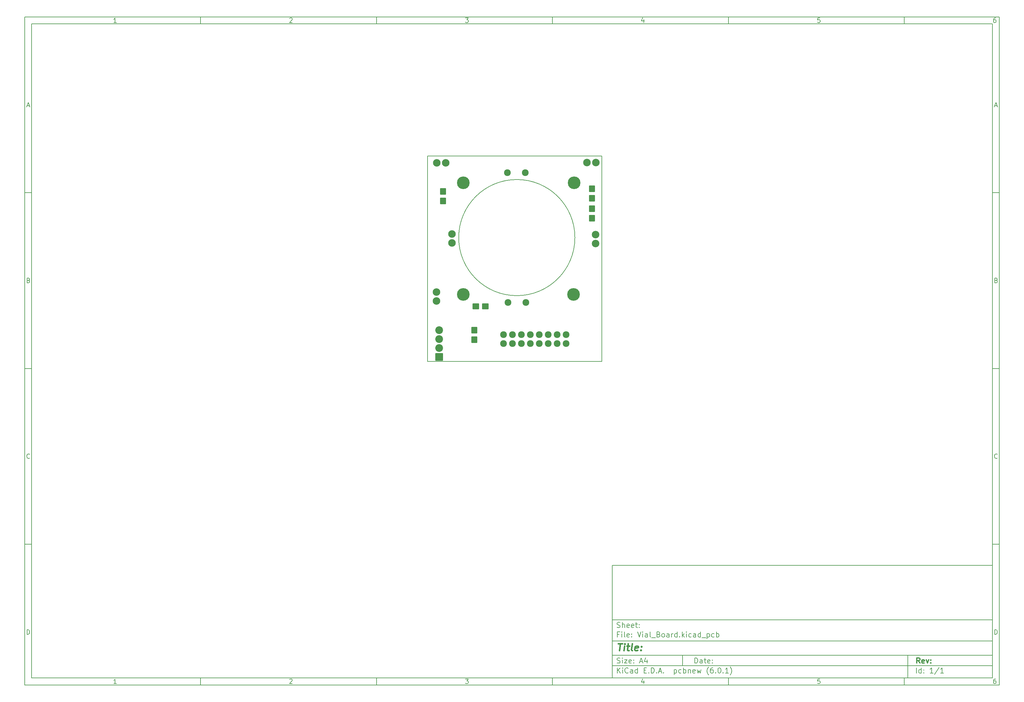
<source format=gbr>
%TF.GenerationSoftware,KiCad,Pcbnew,(6.0.1)*%
%TF.CreationDate,2022-03-10T11:24:42-03:00*%
%TF.ProjectId,Vial_Board,5669616c-5f42-46f6-9172-642e6b696361,rev?*%
%TF.SameCoordinates,Original*%
%TF.FileFunction,Soldermask,Top*%
%TF.FilePolarity,Negative*%
%FSLAX46Y46*%
G04 Gerber Fmt 4.6, Leading zero omitted, Abs format (unit mm)*
G04 Created by KiCad (PCBNEW (6.0.1)) date 2022-03-10 11:24:42*
%MOMM*%
%LPD*%
G01*
G04 APERTURE LIST*
G04 Aperture macros list*
%AMRoundRect*
0 Rectangle with rounded corners*
0 $1 Rounding radius*
0 $2 $3 $4 $5 $6 $7 $8 $9 X,Y pos of 4 corners*
0 Add a 4 corners polygon primitive as box body*
4,1,4,$2,$3,$4,$5,$6,$7,$8,$9,$2,$3,0*
0 Add four circle primitives for the rounded corners*
1,1,$1+$1,$2,$3*
1,1,$1+$1,$4,$5*
1,1,$1+$1,$6,$7*
1,1,$1+$1,$8,$9*
0 Add four rect primitives between the rounded corners*
20,1,$1+$1,$2,$3,$4,$5,0*
20,1,$1+$1,$4,$5,$6,$7,0*
20,1,$1+$1,$6,$7,$8,$9,0*
20,1,$1+$1,$8,$9,$2,$3,0*%
G04 Aperture macros list end*
%ADD10C,0.100000*%
%ADD11C,0.150000*%
%ADD12C,0.300000*%
%ADD13C,0.400000*%
%TA.AperFunction,Profile*%
%ADD14C,0.150000*%
%TD*%
%ADD15C,3.599994*%
%ADD16C,1.924000*%
%ADD17C,2.150000*%
%ADD18RoundRect,0.200000X0.900000X-0.900000X0.900000X0.900000X-0.900000X0.900000X-0.900000X-0.900000X0*%
%ADD19C,2.200000*%
%ADD20RoundRect,0.200000X0.650000X-0.750000X0.650000X0.750000X-0.650000X0.750000X-0.650000X-0.750000X0*%
%ADD21RoundRect,0.200000X0.750000X0.650000X-0.750000X0.650000X-0.750000X-0.650000X0.750000X-0.650000X0*%
%ADD22RoundRect,0.200000X-0.650000X0.750000X-0.650000X-0.750000X0.650000X-0.750000X0.650000X0.750000X0*%
G04 APERTURE END LIST*
D10*
D11*
X177002200Y-166007200D02*
X177002200Y-198007200D01*
X285002200Y-198007200D01*
X285002200Y-166007200D01*
X177002200Y-166007200D01*
D10*
D11*
X10000000Y-10000000D02*
X10000000Y-200007200D01*
X287002200Y-200007200D01*
X287002200Y-10000000D01*
X10000000Y-10000000D01*
D10*
D11*
X12000000Y-12000000D02*
X12000000Y-198007200D01*
X285002200Y-198007200D01*
X285002200Y-12000000D01*
X12000000Y-12000000D01*
D10*
D11*
X60000000Y-12000000D02*
X60000000Y-10000000D01*
D10*
D11*
X110000000Y-12000000D02*
X110000000Y-10000000D01*
D10*
D11*
X160000000Y-12000000D02*
X160000000Y-10000000D01*
D10*
D11*
X210000000Y-12000000D02*
X210000000Y-10000000D01*
D10*
D11*
X260000000Y-12000000D02*
X260000000Y-10000000D01*
D10*
D11*
X36065476Y-11588095D02*
X35322619Y-11588095D01*
X35694047Y-11588095D02*
X35694047Y-10288095D01*
X35570238Y-10473809D01*
X35446428Y-10597619D01*
X35322619Y-10659523D01*
D10*
D11*
X85322619Y-10411904D02*
X85384523Y-10350000D01*
X85508333Y-10288095D01*
X85817857Y-10288095D01*
X85941666Y-10350000D01*
X86003571Y-10411904D01*
X86065476Y-10535714D01*
X86065476Y-10659523D01*
X86003571Y-10845238D01*
X85260714Y-11588095D01*
X86065476Y-11588095D01*
D10*
D11*
X135260714Y-10288095D02*
X136065476Y-10288095D01*
X135632142Y-10783333D01*
X135817857Y-10783333D01*
X135941666Y-10845238D01*
X136003571Y-10907142D01*
X136065476Y-11030952D01*
X136065476Y-11340476D01*
X136003571Y-11464285D01*
X135941666Y-11526190D01*
X135817857Y-11588095D01*
X135446428Y-11588095D01*
X135322619Y-11526190D01*
X135260714Y-11464285D01*
D10*
D11*
X185941666Y-10721428D02*
X185941666Y-11588095D01*
X185632142Y-10226190D02*
X185322619Y-11154761D01*
X186127380Y-11154761D01*
D10*
D11*
X236003571Y-10288095D02*
X235384523Y-10288095D01*
X235322619Y-10907142D01*
X235384523Y-10845238D01*
X235508333Y-10783333D01*
X235817857Y-10783333D01*
X235941666Y-10845238D01*
X236003571Y-10907142D01*
X236065476Y-11030952D01*
X236065476Y-11340476D01*
X236003571Y-11464285D01*
X235941666Y-11526190D01*
X235817857Y-11588095D01*
X235508333Y-11588095D01*
X235384523Y-11526190D01*
X235322619Y-11464285D01*
D10*
D11*
X285941666Y-10288095D02*
X285694047Y-10288095D01*
X285570238Y-10350000D01*
X285508333Y-10411904D01*
X285384523Y-10597619D01*
X285322619Y-10845238D01*
X285322619Y-11340476D01*
X285384523Y-11464285D01*
X285446428Y-11526190D01*
X285570238Y-11588095D01*
X285817857Y-11588095D01*
X285941666Y-11526190D01*
X286003571Y-11464285D01*
X286065476Y-11340476D01*
X286065476Y-11030952D01*
X286003571Y-10907142D01*
X285941666Y-10845238D01*
X285817857Y-10783333D01*
X285570238Y-10783333D01*
X285446428Y-10845238D01*
X285384523Y-10907142D01*
X285322619Y-11030952D01*
D10*
D11*
X60000000Y-198007200D02*
X60000000Y-200007200D01*
D10*
D11*
X110000000Y-198007200D02*
X110000000Y-200007200D01*
D10*
D11*
X160000000Y-198007200D02*
X160000000Y-200007200D01*
D10*
D11*
X210000000Y-198007200D02*
X210000000Y-200007200D01*
D10*
D11*
X260000000Y-198007200D02*
X260000000Y-200007200D01*
D10*
D11*
X36065476Y-199595295D02*
X35322619Y-199595295D01*
X35694047Y-199595295D02*
X35694047Y-198295295D01*
X35570238Y-198481009D01*
X35446428Y-198604819D01*
X35322619Y-198666723D01*
D10*
D11*
X85322619Y-198419104D02*
X85384523Y-198357200D01*
X85508333Y-198295295D01*
X85817857Y-198295295D01*
X85941666Y-198357200D01*
X86003571Y-198419104D01*
X86065476Y-198542914D01*
X86065476Y-198666723D01*
X86003571Y-198852438D01*
X85260714Y-199595295D01*
X86065476Y-199595295D01*
D10*
D11*
X135260714Y-198295295D02*
X136065476Y-198295295D01*
X135632142Y-198790533D01*
X135817857Y-198790533D01*
X135941666Y-198852438D01*
X136003571Y-198914342D01*
X136065476Y-199038152D01*
X136065476Y-199347676D01*
X136003571Y-199471485D01*
X135941666Y-199533390D01*
X135817857Y-199595295D01*
X135446428Y-199595295D01*
X135322619Y-199533390D01*
X135260714Y-199471485D01*
D10*
D11*
X185941666Y-198728628D02*
X185941666Y-199595295D01*
X185632142Y-198233390D02*
X185322619Y-199161961D01*
X186127380Y-199161961D01*
D10*
D11*
X236003571Y-198295295D02*
X235384523Y-198295295D01*
X235322619Y-198914342D01*
X235384523Y-198852438D01*
X235508333Y-198790533D01*
X235817857Y-198790533D01*
X235941666Y-198852438D01*
X236003571Y-198914342D01*
X236065476Y-199038152D01*
X236065476Y-199347676D01*
X236003571Y-199471485D01*
X235941666Y-199533390D01*
X235817857Y-199595295D01*
X235508333Y-199595295D01*
X235384523Y-199533390D01*
X235322619Y-199471485D01*
D10*
D11*
X285941666Y-198295295D02*
X285694047Y-198295295D01*
X285570238Y-198357200D01*
X285508333Y-198419104D01*
X285384523Y-198604819D01*
X285322619Y-198852438D01*
X285322619Y-199347676D01*
X285384523Y-199471485D01*
X285446428Y-199533390D01*
X285570238Y-199595295D01*
X285817857Y-199595295D01*
X285941666Y-199533390D01*
X286003571Y-199471485D01*
X286065476Y-199347676D01*
X286065476Y-199038152D01*
X286003571Y-198914342D01*
X285941666Y-198852438D01*
X285817857Y-198790533D01*
X285570238Y-198790533D01*
X285446428Y-198852438D01*
X285384523Y-198914342D01*
X285322619Y-199038152D01*
D10*
D11*
X10000000Y-60000000D02*
X12000000Y-60000000D01*
D10*
D11*
X10000000Y-110000000D02*
X12000000Y-110000000D01*
D10*
D11*
X10000000Y-160000000D02*
X12000000Y-160000000D01*
D10*
D11*
X10690476Y-35216666D02*
X11309523Y-35216666D01*
X10566666Y-35588095D02*
X11000000Y-34288095D01*
X11433333Y-35588095D01*
D10*
D11*
X11092857Y-84907142D02*
X11278571Y-84969047D01*
X11340476Y-85030952D01*
X11402380Y-85154761D01*
X11402380Y-85340476D01*
X11340476Y-85464285D01*
X11278571Y-85526190D01*
X11154761Y-85588095D01*
X10659523Y-85588095D01*
X10659523Y-84288095D01*
X11092857Y-84288095D01*
X11216666Y-84350000D01*
X11278571Y-84411904D01*
X11340476Y-84535714D01*
X11340476Y-84659523D01*
X11278571Y-84783333D01*
X11216666Y-84845238D01*
X11092857Y-84907142D01*
X10659523Y-84907142D01*
D10*
D11*
X11402380Y-135464285D02*
X11340476Y-135526190D01*
X11154761Y-135588095D01*
X11030952Y-135588095D01*
X10845238Y-135526190D01*
X10721428Y-135402380D01*
X10659523Y-135278571D01*
X10597619Y-135030952D01*
X10597619Y-134845238D01*
X10659523Y-134597619D01*
X10721428Y-134473809D01*
X10845238Y-134350000D01*
X11030952Y-134288095D01*
X11154761Y-134288095D01*
X11340476Y-134350000D01*
X11402380Y-134411904D01*
D10*
D11*
X10659523Y-185588095D02*
X10659523Y-184288095D01*
X10969047Y-184288095D01*
X11154761Y-184350000D01*
X11278571Y-184473809D01*
X11340476Y-184597619D01*
X11402380Y-184845238D01*
X11402380Y-185030952D01*
X11340476Y-185278571D01*
X11278571Y-185402380D01*
X11154761Y-185526190D01*
X10969047Y-185588095D01*
X10659523Y-185588095D01*
D10*
D11*
X287002200Y-60000000D02*
X285002200Y-60000000D01*
D10*
D11*
X287002200Y-110000000D02*
X285002200Y-110000000D01*
D10*
D11*
X287002200Y-160000000D02*
X285002200Y-160000000D01*
D10*
D11*
X285692676Y-35216666D02*
X286311723Y-35216666D01*
X285568866Y-35588095D02*
X286002200Y-34288095D01*
X286435533Y-35588095D01*
D10*
D11*
X286095057Y-84907142D02*
X286280771Y-84969047D01*
X286342676Y-85030952D01*
X286404580Y-85154761D01*
X286404580Y-85340476D01*
X286342676Y-85464285D01*
X286280771Y-85526190D01*
X286156961Y-85588095D01*
X285661723Y-85588095D01*
X285661723Y-84288095D01*
X286095057Y-84288095D01*
X286218866Y-84350000D01*
X286280771Y-84411904D01*
X286342676Y-84535714D01*
X286342676Y-84659523D01*
X286280771Y-84783333D01*
X286218866Y-84845238D01*
X286095057Y-84907142D01*
X285661723Y-84907142D01*
D10*
D11*
X286404580Y-135464285D02*
X286342676Y-135526190D01*
X286156961Y-135588095D01*
X286033152Y-135588095D01*
X285847438Y-135526190D01*
X285723628Y-135402380D01*
X285661723Y-135278571D01*
X285599819Y-135030952D01*
X285599819Y-134845238D01*
X285661723Y-134597619D01*
X285723628Y-134473809D01*
X285847438Y-134350000D01*
X286033152Y-134288095D01*
X286156961Y-134288095D01*
X286342676Y-134350000D01*
X286404580Y-134411904D01*
D10*
D11*
X285661723Y-185588095D02*
X285661723Y-184288095D01*
X285971247Y-184288095D01*
X286156961Y-184350000D01*
X286280771Y-184473809D01*
X286342676Y-184597619D01*
X286404580Y-184845238D01*
X286404580Y-185030952D01*
X286342676Y-185278571D01*
X286280771Y-185402380D01*
X286156961Y-185526190D01*
X285971247Y-185588095D01*
X285661723Y-185588095D01*
D10*
D11*
X200434342Y-193785771D02*
X200434342Y-192285771D01*
X200791485Y-192285771D01*
X201005771Y-192357200D01*
X201148628Y-192500057D01*
X201220057Y-192642914D01*
X201291485Y-192928628D01*
X201291485Y-193142914D01*
X201220057Y-193428628D01*
X201148628Y-193571485D01*
X201005771Y-193714342D01*
X200791485Y-193785771D01*
X200434342Y-193785771D01*
X202577200Y-193785771D02*
X202577200Y-193000057D01*
X202505771Y-192857200D01*
X202362914Y-192785771D01*
X202077200Y-192785771D01*
X201934342Y-192857200D01*
X202577200Y-193714342D02*
X202434342Y-193785771D01*
X202077200Y-193785771D01*
X201934342Y-193714342D01*
X201862914Y-193571485D01*
X201862914Y-193428628D01*
X201934342Y-193285771D01*
X202077200Y-193214342D01*
X202434342Y-193214342D01*
X202577200Y-193142914D01*
X203077200Y-192785771D02*
X203648628Y-192785771D01*
X203291485Y-192285771D02*
X203291485Y-193571485D01*
X203362914Y-193714342D01*
X203505771Y-193785771D01*
X203648628Y-193785771D01*
X204720057Y-193714342D02*
X204577200Y-193785771D01*
X204291485Y-193785771D01*
X204148628Y-193714342D01*
X204077200Y-193571485D01*
X204077200Y-193000057D01*
X204148628Y-192857200D01*
X204291485Y-192785771D01*
X204577200Y-192785771D01*
X204720057Y-192857200D01*
X204791485Y-193000057D01*
X204791485Y-193142914D01*
X204077200Y-193285771D01*
X205434342Y-193642914D02*
X205505771Y-193714342D01*
X205434342Y-193785771D01*
X205362914Y-193714342D01*
X205434342Y-193642914D01*
X205434342Y-193785771D01*
X205434342Y-192857200D02*
X205505771Y-192928628D01*
X205434342Y-193000057D01*
X205362914Y-192928628D01*
X205434342Y-192857200D01*
X205434342Y-193000057D01*
D10*
D11*
X177002200Y-194507200D02*
X285002200Y-194507200D01*
D10*
D11*
X178434342Y-196585771D02*
X178434342Y-195085771D01*
X179291485Y-196585771D02*
X178648628Y-195728628D01*
X179291485Y-195085771D02*
X178434342Y-195942914D01*
X179934342Y-196585771D02*
X179934342Y-195585771D01*
X179934342Y-195085771D02*
X179862914Y-195157200D01*
X179934342Y-195228628D01*
X180005771Y-195157200D01*
X179934342Y-195085771D01*
X179934342Y-195228628D01*
X181505771Y-196442914D02*
X181434342Y-196514342D01*
X181220057Y-196585771D01*
X181077200Y-196585771D01*
X180862914Y-196514342D01*
X180720057Y-196371485D01*
X180648628Y-196228628D01*
X180577200Y-195942914D01*
X180577200Y-195728628D01*
X180648628Y-195442914D01*
X180720057Y-195300057D01*
X180862914Y-195157200D01*
X181077200Y-195085771D01*
X181220057Y-195085771D01*
X181434342Y-195157200D01*
X181505771Y-195228628D01*
X182791485Y-196585771D02*
X182791485Y-195800057D01*
X182720057Y-195657200D01*
X182577200Y-195585771D01*
X182291485Y-195585771D01*
X182148628Y-195657200D01*
X182791485Y-196514342D02*
X182648628Y-196585771D01*
X182291485Y-196585771D01*
X182148628Y-196514342D01*
X182077200Y-196371485D01*
X182077200Y-196228628D01*
X182148628Y-196085771D01*
X182291485Y-196014342D01*
X182648628Y-196014342D01*
X182791485Y-195942914D01*
X184148628Y-196585771D02*
X184148628Y-195085771D01*
X184148628Y-196514342D02*
X184005771Y-196585771D01*
X183720057Y-196585771D01*
X183577200Y-196514342D01*
X183505771Y-196442914D01*
X183434342Y-196300057D01*
X183434342Y-195871485D01*
X183505771Y-195728628D01*
X183577200Y-195657200D01*
X183720057Y-195585771D01*
X184005771Y-195585771D01*
X184148628Y-195657200D01*
X186005771Y-195800057D02*
X186505771Y-195800057D01*
X186720057Y-196585771D02*
X186005771Y-196585771D01*
X186005771Y-195085771D01*
X186720057Y-195085771D01*
X187362914Y-196442914D02*
X187434342Y-196514342D01*
X187362914Y-196585771D01*
X187291485Y-196514342D01*
X187362914Y-196442914D01*
X187362914Y-196585771D01*
X188077200Y-196585771D02*
X188077200Y-195085771D01*
X188434342Y-195085771D01*
X188648628Y-195157200D01*
X188791485Y-195300057D01*
X188862914Y-195442914D01*
X188934342Y-195728628D01*
X188934342Y-195942914D01*
X188862914Y-196228628D01*
X188791485Y-196371485D01*
X188648628Y-196514342D01*
X188434342Y-196585771D01*
X188077200Y-196585771D01*
X189577200Y-196442914D02*
X189648628Y-196514342D01*
X189577200Y-196585771D01*
X189505771Y-196514342D01*
X189577200Y-196442914D01*
X189577200Y-196585771D01*
X190220057Y-196157200D02*
X190934342Y-196157200D01*
X190077200Y-196585771D02*
X190577200Y-195085771D01*
X191077200Y-196585771D01*
X191577200Y-196442914D02*
X191648628Y-196514342D01*
X191577200Y-196585771D01*
X191505771Y-196514342D01*
X191577200Y-196442914D01*
X191577200Y-196585771D01*
X194577200Y-195585771D02*
X194577200Y-197085771D01*
X194577200Y-195657200D02*
X194720057Y-195585771D01*
X195005771Y-195585771D01*
X195148628Y-195657200D01*
X195220057Y-195728628D01*
X195291485Y-195871485D01*
X195291485Y-196300057D01*
X195220057Y-196442914D01*
X195148628Y-196514342D01*
X195005771Y-196585771D01*
X194720057Y-196585771D01*
X194577200Y-196514342D01*
X196577200Y-196514342D02*
X196434342Y-196585771D01*
X196148628Y-196585771D01*
X196005771Y-196514342D01*
X195934342Y-196442914D01*
X195862914Y-196300057D01*
X195862914Y-195871485D01*
X195934342Y-195728628D01*
X196005771Y-195657200D01*
X196148628Y-195585771D01*
X196434342Y-195585771D01*
X196577200Y-195657200D01*
X197220057Y-196585771D02*
X197220057Y-195085771D01*
X197220057Y-195657200D02*
X197362914Y-195585771D01*
X197648628Y-195585771D01*
X197791485Y-195657200D01*
X197862914Y-195728628D01*
X197934342Y-195871485D01*
X197934342Y-196300057D01*
X197862914Y-196442914D01*
X197791485Y-196514342D01*
X197648628Y-196585771D01*
X197362914Y-196585771D01*
X197220057Y-196514342D01*
X198577200Y-195585771D02*
X198577200Y-196585771D01*
X198577200Y-195728628D02*
X198648628Y-195657200D01*
X198791485Y-195585771D01*
X199005771Y-195585771D01*
X199148628Y-195657200D01*
X199220057Y-195800057D01*
X199220057Y-196585771D01*
X200505771Y-196514342D02*
X200362914Y-196585771D01*
X200077200Y-196585771D01*
X199934342Y-196514342D01*
X199862914Y-196371485D01*
X199862914Y-195800057D01*
X199934342Y-195657200D01*
X200077200Y-195585771D01*
X200362914Y-195585771D01*
X200505771Y-195657200D01*
X200577200Y-195800057D01*
X200577200Y-195942914D01*
X199862914Y-196085771D01*
X201077200Y-195585771D02*
X201362914Y-196585771D01*
X201648628Y-195871485D01*
X201934342Y-196585771D01*
X202220057Y-195585771D01*
X204362914Y-197157200D02*
X204291485Y-197085771D01*
X204148628Y-196871485D01*
X204077200Y-196728628D01*
X204005771Y-196514342D01*
X203934342Y-196157200D01*
X203934342Y-195871485D01*
X204005771Y-195514342D01*
X204077200Y-195300057D01*
X204148628Y-195157200D01*
X204291485Y-194942914D01*
X204362914Y-194871485D01*
X205577200Y-195085771D02*
X205291485Y-195085771D01*
X205148628Y-195157200D01*
X205077200Y-195228628D01*
X204934342Y-195442914D01*
X204862914Y-195728628D01*
X204862914Y-196300057D01*
X204934342Y-196442914D01*
X205005771Y-196514342D01*
X205148628Y-196585771D01*
X205434342Y-196585771D01*
X205577200Y-196514342D01*
X205648628Y-196442914D01*
X205720057Y-196300057D01*
X205720057Y-195942914D01*
X205648628Y-195800057D01*
X205577200Y-195728628D01*
X205434342Y-195657200D01*
X205148628Y-195657200D01*
X205005771Y-195728628D01*
X204934342Y-195800057D01*
X204862914Y-195942914D01*
X206362914Y-196442914D02*
X206434342Y-196514342D01*
X206362914Y-196585771D01*
X206291485Y-196514342D01*
X206362914Y-196442914D01*
X206362914Y-196585771D01*
X207362914Y-195085771D02*
X207505771Y-195085771D01*
X207648628Y-195157200D01*
X207720057Y-195228628D01*
X207791485Y-195371485D01*
X207862914Y-195657200D01*
X207862914Y-196014342D01*
X207791485Y-196300057D01*
X207720057Y-196442914D01*
X207648628Y-196514342D01*
X207505771Y-196585771D01*
X207362914Y-196585771D01*
X207220057Y-196514342D01*
X207148628Y-196442914D01*
X207077200Y-196300057D01*
X207005771Y-196014342D01*
X207005771Y-195657200D01*
X207077200Y-195371485D01*
X207148628Y-195228628D01*
X207220057Y-195157200D01*
X207362914Y-195085771D01*
X208505771Y-196442914D02*
X208577200Y-196514342D01*
X208505771Y-196585771D01*
X208434342Y-196514342D01*
X208505771Y-196442914D01*
X208505771Y-196585771D01*
X210005771Y-196585771D02*
X209148628Y-196585771D01*
X209577200Y-196585771D02*
X209577200Y-195085771D01*
X209434342Y-195300057D01*
X209291485Y-195442914D01*
X209148628Y-195514342D01*
X210505771Y-197157200D02*
X210577200Y-197085771D01*
X210720057Y-196871485D01*
X210791485Y-196728628D01*
X210862914Y-196514342D01*
X210934342Y-196157200D01*
X210934342Y-195871485D01*
X210862914Y-195514342D01*
X210791485Y-195300057D01*
X210720057Y-195157200D01*
X210577200Y-194942914D01*
X210505771Y-194871485D01*
D10*
D11*
X177002200Y-191507200D02*
X285002200Y-191507200D01*
D10*
D12*
X264411485Y-193785771D02*
X263911485Y-193071485D01*
X263554342Y-193785771D02*
X263554342Y-192285771D01*
X264125771Y-192285771D01*
X264268628Y-192357200D01*
X264340057Y-192428628D01*
X264411485Y-192571485D01*
X264411485Y-192785771D01*
X264340057Y-192928628D01*
X264268628Y-193000057D01*
X264125771Y-193071485D01*
X263554342Y-193071485D01*
X265625771Y-193714342D02*
X265482914Y-193785771D01*
X265197200Y-193785771D01*
X265054342Y-193714342D01*
X264982914Y-193571485D01*
X264982914Y-193000057D01*
X265054342Y-192857200D01*
X265197200Y-192785771D01*
X265482914Y-192785771D01*
X265625771Y-192857200D01*
X265697200Y-193000057D01*
X265697200Y-193142914D01*
X264982914Y-193285771D01*
X266197200Y-192785771D02*
X266554342Y-193785771D01*
X266911485Y-192785771D01*
X267482914Y-193642914D02*
X267554342Y-193714342D01*
X267482914Y-193785771D01*
X267411485Y-193714342D01*
X267482914Y-193642914D01*
X267482914Y-193785771D01*
X267482914Y-192857200D02*
X267554342Y-192928628D01*
X267482914Y-193000057D01*
X267411485Y-192928628D01*
X267482914Y-192857200D01*
X267482914Y-193000057D01*
D10*
D11*
X178362914Y-193714342D02*
X178577200Y-193785771D01*
X178934342Y-193785771D01*
X179077200Y-193714342D01*
X179148628Y-193642914D01*
X179220057Y-193500057D01*
X179220057Y-193357200D01*
X179148628Y-193214342D01*
X179077200Y-193142914D01*
X178934342Y-193071485D01*
X178648628Y-193000057D01*
X178505771Y-192928628D01*
X178434342Y-192857200D01*
X178362914Y-192714342D01*
X178362914Y-192571485D01*
X178434342Y-192428628D01*
X178505771Y-192357200D01*
X178648628Y-192285771D01*
X179005771Y-192285771D01*
X179220057Y-192357200D01*
X179862914Y-193785771D02*
X179862914Y-192785771D01*
X179862914Y-192285771D02*
X179791485Y-192357200D01*
X179862914Y-192428628D01*
X179934342Y-192357200D01*
X179862914Y-192285771D01*
X179862914Y-192428628D01*
X180434342Y-192785771D02*
X181220057Y-192785771D01*
X180434342Y-193785771D01*
X181220057Y-193785771D01*
X182362914Y-193714342D02*
X182220057Y-193785771D01*
X181934342Y-193785771D01*
X181791485Y-193714342D01*
X181720057Y-193571485D01*
X181720057Y-193000057D01*
X181791485Y-192857200D01*
X181934342Y-192785771D01*
X182220057Y-192785771D01*
X182362914Y-192857200D01*
X182434342Y-193000057D01*
X182434342Y-193142914D01*
X181720057Y-193285771D01*
X183077200Y-193642914D02*
X183148628Y-193714342D01*
X183077200Y-193785771D01*
X183005771Y-193714342D01*
X183077200Y-193642914D01*
X183077200Y-193785771D01*
X183077200Y-192857200D02*
X183148628Y-192928628D01*
X183077200Y-193000057D01*
X183005771Y-192928628D01*
X183077200Y-192857200D01*
X183077200Y-193000057D01*
X184862914Y-193357200D02*
X185577200Y-193357200D01*
X184720057Y-193785771D02*
X185220057Y-192285771D01*
X185720057Y-193785771D01*
X186862914Y-192785771D02*
X186862914Y-193785771D01*
X186505771Y-192214342D02*
X186148628Y-193285771D01*
X187077200Y-193285771D01*
D10*
D11*
X263434342Y-196585771D02*
X263434342Y-195085771D01*
X264791485Y-196585771D02*
X264791485Y-195085771D01*
X264791485Y-196514342D02*
X264648628Y-196585771D01*
X264362914Y-196585771D01*
X264220057Y-196514342D01*
X264148628Y-196442914D01*
X264077200Y-196300057D01*
X264077200Y-195871485D01*
X264148628Y-195728628D01*
X264220057Y-195657200D01*
X264362914Y-195585771D01*
X264648628Y-195585771D01*
X264791485Y-195657200D01*
X265505771Y-196442914D02*
X265577200Y-196514342D01*
X265505771Y-196585771D01*
X265434342Y-196514342D01*
X265505771Y-196442914D01*
X265505771Y-196585771D01*
X265505771Y-195657200D02*
X265577200Y-195728628D01*
X265505771Y-195800057D01*
X265434342Y-195728628D01*
X265505771Y-195657200D01*
X265505771Y-195800057D01*
X268148628Y-196585771D02*
X267291485Y-196585771D01*
X267720057Y-196585771D02*
X267720057Y-195085771D01*
X267577200Y-195300057D01*
X267434342Y-195442914D01*
X267291485Y-195514342D01*
X269862914Y-195014342D02*
X268577200Y-196942914D01*
X271148628Y-196585771D02*
X270291485Y-196585771D01*
X270720057Y-196585771D02*
X270720057Y-195085771D01*
X270577200Y-195300057D01*
X270434342Y-195442914D01*
X270291485Y-195514342D01*
D10*
D11*
X177002200Y-187507200D02*
X285002200Y-187507200D01*
D10*
D13*
X178714580Y-188211961D02*
X179857438Y-188211961D01*
X179036009Y-190211961D02*
X179286009Y-188211961D01*
X180274104Y-190211961D02*
X180440771Y-188878628D01*
X180524104Y-188211961D02*
X180416961Y-188307200D01*
X180500295Y-188402438D01*
X180607438Y-188307200D01*
X180524104Y-188211961D01*
X180500295Y-188402438D01*
X181107438Y-188878628D02*
X181869342Y-188878628D01*
X181476485Y-188211961D02*
X181262200Y-189926247D01*
X181333628Y-190116723D01*
X181512200Y-190211961D01*
X181702676Y-190211961D01*
X182655057Y-190211961D02*
X182476485Y-190116723D01*
X182405057Y-189926247D01*
X182619342Y-188211961D01*
X184190771Y-190116723D02*
X183988390Y-190211961D01*
X183607438Y-190211961D01*
X183428866Y-190116723D01*
X183357438Y-189926247D01*
X183452676Y-189164342D01*
X183571723Y-188973866D01*
X183774104Y-188878628D01*
X184155057Y-188878628D01*
X184333628Y-188973866D01*
X184405057Y-189164342D01*
X184381247Y-189354819D01*
X183405057Y-189545295D01*
X185155057Y-190021485D02*
X185238390Y-190116723D01*
X185131247Y-190211961D01*
X185047914Y-190116723D01*
X185155057Y-190021485D01*
X185131247Y-190211961D01*
X185286009Y-188973866D02*
X185369342Y-189069104D01*
X185262200Y-189164342D01*
X185178866Y-189069104D01*
X185286009Y-188973866D01*
X185262200Y-189164342D01*
D10*
D11*
X178934342Y-185600057D02*
X178434342Y-185600057D01*
X178434342Y-186385771D02*
X178434342Y-184885771D01*
X179148628Y-184885771D01*
X179720057Y-186385771D02*
X179720057Y-185385771D01*
X179720057Y-184885771D02*
X179648628Y-184957200D01*
X179720057Y-185028628D01*
X179791485Y-184957200D01*
X179720057Y-184885771D01*
X179720057Y-185028628D01*
X180648628Y-186385771D02*
X180505771Y-186314342D01*
X180434342Y-186171485D01*
X180434342Y-184885771D01*
X181791485Y-186314342D02*
X181648628Y-186385771D01*
X181362914Y-186385771D01*
X181220057Y-186314342D01*
X181148628Y-186171485D01*
X181148628Y-185600057D01*
X181220057Y-185457200D01*
X181362914Y-185385771D01*
X181648628Y-185385771D01*
X181791485Y-185457200D01*
X181862914Y-185600057D01*
X181862914Y-185742914D01*
X181148628Y-185885771D01*
X182505771Y-186242914D02*
X182577200Y-186314342D01*
X182505771Y-186385771D01*
X182434342Y-186314342D01*
X182505771Y-186242914D01*
X182505771Y-186385771D01*
X182505771Y-185457200D02*
X182577200Y-185528628D01*
X182505771Y-185600057D01*
X182434342Y-185528628D01*
X182505771Y-185457200D01*
X182505771Y-185600057D01*
X184148628Y-184885771D02*
X184648628Y-186385771D01*
X185148628Y-184885771D01*
X185648628Y-186385771D02*
X185648628Y-185385771D01*
X185648628Y-184885771D02*
X185577200Y-184957200D01*
X185648628Y-185028628D01*
X185720057Y-184957200D01*
X185648628Y-184885771D01*
X185648628Y-185028628D01*
X187005771Y-186385771D02*
X187005771Y-185600057D01*
X186934342Y-185457200D01*
X186791485Y-185385771D01*
X186505771Y-185385771D01*
X186362914Y-185457200D01*
X187005771Y-186314342D02*
X186862914Y-186385771D01*
X186505771Y-186385771D01*
X186362914Y-186314342D01*
X186291485Y-186171485D01*
X186291485Y-186028628D01*
X186362914Y-185885771D01*
X186505771Y-185814342D01*
X186862914Y-185814342D01*
X187005771Y-185742914D01*
X187934342Y-186385771D02*
X187791485Y-186314342D01*
X187720057Y-186171485D01*
X187720057Y-184885771D01*
X188148628Y-186528628D02*
X189291485Y-186528628D01*
X190148628Y-185600057D02*
X190362914Y-185671485D01*
X190434342Y-185742914D01*
X190505771Y-185885771D01*
X190505771Y-186100057D01*
X190434342Y-186242914D01*
X190362914Y-186314342D01*
X190220057Y-186385771D01*
X189648628Y-186385771D01*
X189648628Y-184885771D01*
X190148628Y-184885771D01*
X190291485Y-184957200D01*
X190362914Y-185028628D01*
X190434342Y-185171485D01*
X190434342Y-185314342D01*
X190362914Y-185457200D01*
X190291485Y-185528628D01*
X190148628Y-185600057D01*
X189648628Y-185600057D01*
X191362914Y-186385771D02*
X191220057Y-186314342D01*
X191148628Y-186242914D01*
X191077200Y-186100057D01*
X191077200Y-185671485D01*
X191148628Y-185528628D01*
X191220057Y-185457200D01*
X191362914Y-185385771D01*
X191577200Y-185385771D01*
X191720057Y-185457200D01*
X191791485Y-185528628D01*
X191862914Y-185671485D01*
X191862914Y-186100057D01*
X191791485Y-186242914D01*
X191720057Y-186314342D01*
X191577200Y-186385771D01*
X191362914Y-186385771D01*
X193148628Y-186385771D02*
X193148628Y-185600057D01*
X193077200Y-185457200D01*
X192934342Y-185385771D01*
X192648628Y-185385771D01*
X192505771Y-185457200D01*
X193148628Y-186314342D02*
X193005771Y-186385771D01*
X192648628Y-186385771D01*
X192505771Y-186314342D01*
X192434342Y-186171485D01*
X192434342Y-186028628D01*
X192505771Y-185885771D01*
X192648628Y-185814342D01*
X193005771Y-185814342D01*
X193148628Y-185742914D01*
X193862914Y-186385771D02*
X193862914Y-185385771D01*
X193862914Y-185671485D02*
X193934342Y-185528628D01*
X194005771Y-185457200D01*
X194148628Y-185385771D01*
X194291485Y-185385771D01*
X195434342Y-186385771D02*
X195434342Y-184885771D01*
X195434342Y-186314342D02*
X195291485Y-186385771D01*
X195005771Y-186385771D01*
X194862914Y-186314342D01*
X194791485Y-186242914D01*
X194720057Y-186100057D01*
X194720057Y-185671485D01*
X194791485Y-185528628D01*
X194862914Y-185457200D01*
X195005771Y-185385771D01*
X195291485Y-185385771D01*
X195434342Y-185457200D01*
X196148628Y-186242914D02*
X196220057Y-186314342D01*
X196148628Y-186385771D01*
X196077200Y-186314342D01*
X196148628Y-186242914D01*
X196148628Y-186385771D01*
X196862914Y-186385771D02*
X196862914Y-184885771D01*
X197005771Y-185814342D02*
X197434342Y-186385771D01*
X197434342Y-185385771D02*
X196862914Y-185957200D01*
X198077200Y-186385771D02*
X198077200Y-185385771D01*
X198077200Y-184885771D02*
X198005771Y-184957200D01*
X198077200Y-185028628D01*
X198148628Y-184957200D01*
X198077200Y-184885771D01*
X198077200Y-185028628D01*
X199434342Y-186314342D02*
X199291485Y-186385771D01*
X199005771Y-186385771D01*
X198862914Y-186314342D01*
X198791485Y-186242914D01*
X198720057Y-186100057D01*
X198720057Y-185671485D01*
X198791485Y-185528628D01*
X198862914Y-185457200D01*
X199005771Y-185385771D01*
X199291485Y-185385771D01*
X199434342Y-185457200D01*
X200720057Y-186385771D02*
X200720057Y-185600057D01*
X200648628Y-185457200D01*
X200505771Y-185385771D01*
X200220057Y-185385771D01*
X200077200Y-185457200D01*
X200720057Y-186314342D02*
X200577200Y-186385771D01*
X200220057Y-186385771D01*
X200077200Y-186314342D01*
X200005771Y-186171485D01*
X200005771Y-186028628D01*
X200077200Y-185885771D01*
X200220057Y-185814342D01*
X200577200Y-185814342D01*
X200720057Y-185742914D01*
X202077200Y-186385771D02*
X202077200Y-184885771D01*
X202077200Y-186314342D02*
X201934342Y-186385771D01*
X201648628Y-186385771D01*
X201505771Y-186314342D01*
X201434342Y-186242914D01*
X201362914Y-186100057D01*
X201362914Y-185671485D01*
X201434342Y-185528628D01*
X201505771Y-185457200D01*
X201648628Y-185385771D01*
X201934342Y-185385771D01*
X202077200Y-185457200D01*
X202434342Y-186528628D02*
X203577200Y-186528628D01*
X203934342Y-185385771D02*
X203934342Y-186885771D01*
X203934342Y-185457200D02*
X204077200Y-185385771D01*
X204362914Y-185385771D01*
X204505771Y-185457200D01*
X204577200Y-185528628D01*
X204648628Y-185671485D01*
X204648628Y-186100057D01*
X204577200Y-186242914D01*
X204505771Y-186314342D01*
X204362914Y-186385771D01*
X204077200Y-186385771D01*
X203934342Y-186314342D01*
X205934342Y-186314342D02*
X205791485Y-186385771D01*
X205505771Y-186385771D01*
X205362914Y-186314342D01*
X205291485Y-186242914D01*
X205220057Y-186100057D01*
X205220057Y-185671485D01*
X205291485Y-185528628D01*
X205362914Y-185457200D01*
X205505771Y-185385771D01*
X205791485Y-185385771D01*
X205934342Y-185457200D01*
X206577200Y-186385771D02*
X206577200Y-184885771D01*
X206577200Y-185457200D02*
X206720057Y-185385771D01*
X207005771Y-185385771D01*
X207148628Y-185457200D01*
X207220057Y-185528628D01*
X207291485Y-185671485D01*
X207291485Y-186100057D01*
X207220057Y-186242914D01*
X207148628Y-186314342D01*
X207005771Y-186385771D01*
X206720057Y-186385771D01*
X206577200Y-186314342D01*
D10*
D11*
X177002200Y-181507200D02*
X285002200Y-181507200D01*
D10*
D11*
X178362914Y-183614342D02*
X178577200Y-183685771D01*
X178934342Y-183685771D01*
X179077200Y-183614342D01*
X179148628Y-183542914D01*
X179220057Y-183400057D01*
X179220057Y-183257200D01*
X179148628Y-183114342D01*
X179077200Y-183042914D01*
X178934342Y-182971485D01*
X178648628Y-182900057D01*
X178505771Y-182828628D01*
X178434342Y-182757200D01*
X178362914Y-182614342D01*
X178362914Y-182471485D01*
X178434342Y-182328628D01*
X178505771Y-182257200D01*
X178648628Y-182185771D01*
X179005771Y-182185771D01*
X179220057Y-182257200D01*
X179862914Y-183685771D02*
X179862914Y-182185771D01*
X180505771Y-183685771D02*
X180505771Y-182900057D01*
X180434342Y-182757200D01*
X180291485Y-182685771D01*
X180077200Y-182685771D01*
X179934342Y-182757200D01*
X179862914Y-182828628D01*
X181791485Y-183614342D02*
X181648628Y-183685771D01*
X181362914Y-183685771D01*
X181220057Y-183614342D01*
X181148628Y-183471485D01*
X181148628Y-182900057D01*
X181220057Y-182757200D01*
X181362914Y-182685771D01*
X181648628Y-182685771D01*
X181791485Y-182757200D01*
X181862914Y-182900057D01*
X181862914Y-183042914D01*
X181148628Y-183185771D01*
X183077200Y-183614342D02*
X182934342Y-183685771D01*
X182648628Y-183685771D01*
X182505771Y-183614342D01*
X182434342Y-183471485D01*
X182434342Y-182900057D01*
X182505771Y-182757200D01*
X182648628Y-182685771D01*
X182934342Y-182685771D01*
X183077200Y-182757200D01*
X183148628Y-182900057D01*
X183148628Y-183042914D01*
X182434342Y-183185771D01*
X183577200Y-182685771D02*
X184148628Y-182685771D01*
X183791485Y-182185771D02*
X183791485Y-183471485D01*
X183862914Y-183614342D01*
X184005771Y-183685771D01*
X184148628Y-183685771D01*
X184648628Y-183542914D02*
X184720057Y-183614342D01*
X184648628Y-183685771D01*
X184577200Y-183614342D01*
X184648628Y-183542914D01*
X184648628Y-183685771D01*
X184648628Y-182757200D02*
X184720057Y-182828628D01*
X184648628Y-182900057D01*
X184577200Y-182828628D01*
X184648628Y-182757200D01*
X184648628Y-182900057D01*
D10*
D12*
D10*
D11*
D10*
D11*
D10*
D11*
D10*
D11*
D10*
D11*
X197002200Y-191507200D02*
X197002200Y-194507200D01*
D10*
D11*
X261002200Y-191507200D02*
X261002200Y-198007200D01*
D14*
X166370000Y-72760840D02*
G75*
G03*
X166370000Y-72760840I-16510000J0D01*
G01*
X124460000Y-107950000D02*
X173990000Y-107950000D01*
X124460000Y-49530000D02*
X173990000Y-49530000D01*
X173990000Y-49530000D02*
X173990000Y-107950000D01*
X124460000Y-49530000D02*
X124460000Y-107950000D01*
D15*
%TO.C,REF\u002A\u002A*%
X166116000Y-57150000D03*
%TD*%
%TO.C,REF\u002A\u002A*%
X134620000Y-88900000D03*
%TD*%
%TO.C,REF\u002A\u002A*%
X134620000Y-57150000D03*
%TD*%
%TO.C,REF\u002A\u002A*%
X165999998Y-88950013D03*
%TD*%
D16*
%TO.C,P1*%
X163830000Y-100330000D03*
X161290000Y-100330000D03*
X158750000Y-100330000D03*
X156210000Y-100330000D03*
X153670000Y-100330000D03*
X151130000Y-100330000D03*
X148590000Y-100330000D03*
X163830000Y-102870000D03*
X161290000Y-102870000D03*
X158750000Y-102870000D03*
X156210000Y-102870000D03*
X153670000Y-102870000D03*
X151130000Y-102870000D03*
X148590000Y-102870000D03*
X146050000Y-102870000D03*
X146050000Y-100330000D03*
%TD*%
%TO.C,R5*%
X147211438Y-54322650D03*
X152291438Y-54322650D03*
%TD*%
%TO.C,R6*%
X152420676Y-91193620D03*
X147340676Y-91193620D03*
%TD*%
D17*
%TO.C,P9*%
X127110000Y-51535000D03*
X129650000Y-51535000D03*
%TD*%
%TO.C,P8*%
X172350000Y-51420000D03*
X169810000Y-51420000D03*
%TD*%
%TO.C,P7*%
X172270000Y-74440000D03*
X172270000Y-71900000D03*
%TD*%
%TO.C,P6*%
X127000000Y-90805000D03*
X127000000Y-88265000D03*
%TD*%
D18*
%TO.C,P2*%
X127762000Y-106680000D03*
D19*
X127762000Y-104140000D03*
X127762000Y-101600000D03*
X127762000Y-99060000D03*
%TD*%
D17*
%TO.C,P5*%
X131445000Y-74295000D03*
X131445000Y-71755000D03*
%TD*%
D20*
%TO.C,R2*%
X171220000Y-61580000D03*
X171220000Y-58880000D03*
%TD*%
D21*
%TO.C,R1*%
X140920000Y-92330000D03*
X138220000Y-92330000D03*
%TD*%
D22*
%TO.C,R3*%
X128860000Y-59640000D03*
X128860000Y-62340000D03*
%TD*%
%TO.C,R4*%
X137770000Y-99080000D03*
X137770000Y-101780000D03*
%TD*%
D20*
%TO.C,R7*%
X171250000Y-67230000D03*
X171250000Y-64530000D03*
%TD*%
M02*

</source>
